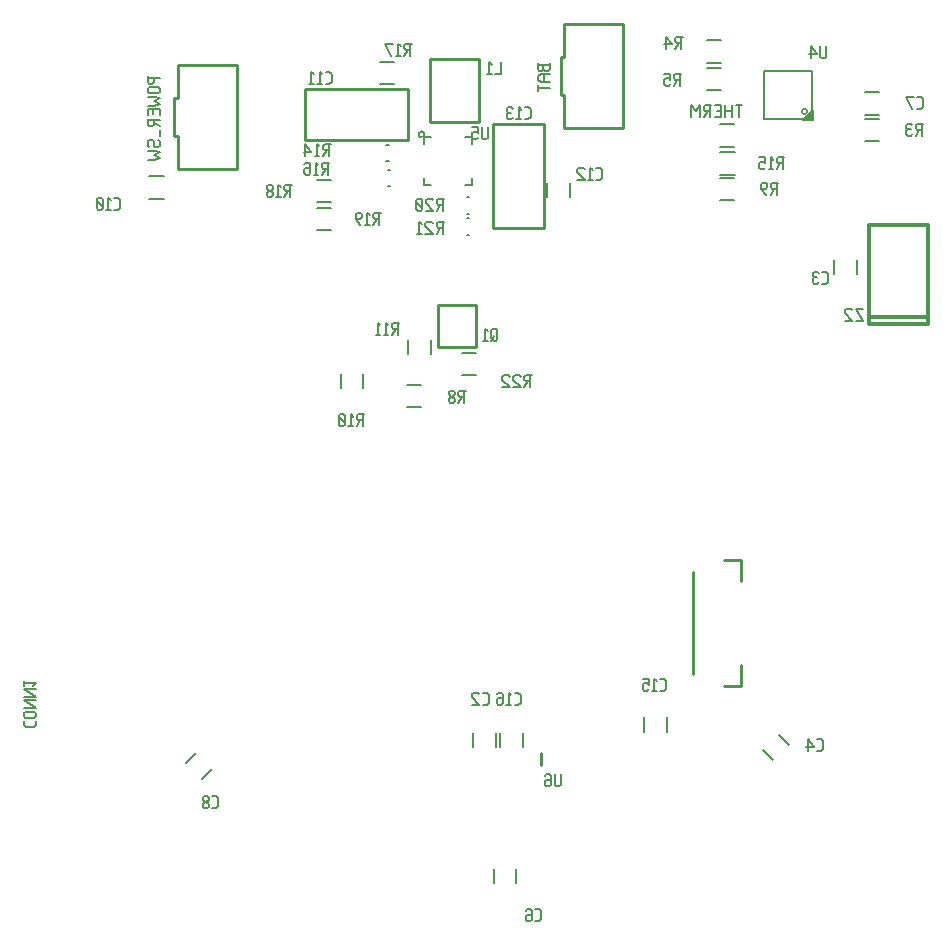
<source format=gbr>
G04 start of page 9 for group -4078 idx -4078 *
G04 Title: (unknown), bottomsilk *
G04 Creator: pcb 4.2.0 *
G04 CreationDate: Fri Feb 14 02:49:43 2020 UTC *
G04 For: blinken *
G04 Format: Gerber/RS-274X *
G04 PCB-Dimensions (mm): 90.16 90.16 *
G04 PCB-Coordinate-Origin: lower left *
%MOMM*%
%FSLAX43Y43*%
%LNBOTTOMSILK*%
%ADD78C,0.200*%
%ADD77C,0.300*%
%ADD76C,0.198*%
%ADD75C,0.127*%
%ADD74C,0.155*%
%ADD73C,0.203*%
%ADD72C,0.254*%
%ADD71C,0.250*%
G54D71*X45320Y25670D02*X45330Y25660D01*
X45320Y26650D02*Y25670D01*
G54D72*X47290Y79550D02*X52290D01*
X47290Y88350D02*X52290D01*
Y79550D01*
X47290Y88350D02*Y85550D01*
X46990D02*X47290D01*
X46990D02*Y82350D01*
X47290D01*
Y79550D01*
X41240Y79850D02*X45540D01*
X41240D02*Y71050D01*
X45540D01*
Y79850D02*Y71050D01*
G54D73*X45870Y74870D02*Y73670D01*
X47770Y74870D02*Y73670D01*
X39040Y71900D02*X39240D01*
X39040Y70500D02*X39240D01*
X39050Y72300D02*X39250D01*
X39050Y73700D02*X39250D01*
X32340Y76020D02*X32540D01*
X32340Y74620D02*X32540D01*
G54D72*X25309Y78562D02*Y82862D01*
Y78562D02*X34109D01*
Y82862D01*
X25309D02*X34109D01*
G54D73*X32240Y78150D02*X32440D01*
X32240Y76750D02*X32440D01*
X26374Y72781D02*X27574D01*
X26374Y70881D02*X27574D01*
X26344Y75157D02*X27544D01*
X26344Y73257D02*X27544D01*
G54D72*X40107Y85397D02*Y80097D01*
X35907Y85397D02*X40107D01*
X35907D02*Y80097D01*
X40107D01*
G54D74*X38895Y74760D02*X39460D01*
Y75325D02*Y74760D01*
X35460D02*X36025D01*
X35460Y75325D02*Y74760D01*
X39460Y78760D02*Y78195D01*
X38895Y78760D02*X39460D01*
X35460D02*Y78195D01*
Y78760D02*X36025D01*
X35210Y79260D02*G75*G03X35210Y79260I0J-250D01*G01*
G54D73*X31689Y85138D02*X32889D01*
X31689Y83239D02*X32889D01*
G54D72*X14570Y76050D02*X19570D01*
X14570Y84850D02*X19570D01*
Y76050D01*
X14570Y84850D02*Y82050D01*
X14270D02*X14570D01*
X14270D02*Y78850D01*
X14570D01*
Y76050D01*
G54D73*X41345Y16798D02*Y15598D01*
X43245Y16798D02*X43245Y15598D01*
X39604Y28333D02*Y27133D01*
X41504Y28333D02*Y27133D01*
X41888Y28329D02*Y27129D01*
X43788Y28329D02*Y27129D01*
X54089Y29650D02*Y28450D01*
X55989Y29650D02*Y28450D01*
G54D72*X36586Y61041D02*Y64572D01*
X39838D01*
Y61041D01*
X36586D01*
G54D73*X12170Y73548D02*X13370D01*
X12170Y75448D02*X13370D01*
X34095Y61592D02*Y60392D01*
X35995Y61592D02*Y60392D01*
X16127Y26652D02*X15278Y25804D01*
X17470Y25309D02*X16622Y24460D01*
X64109Y26856D02*X64957Y26007D01*
X65452Y28199D02*X66300Y27350D01*
X38601Y60524D02*X39801D01*
X38601Y58624D02*X39801D01*
X30254Y58718D02*Y57518D01*
X28354Y58718D02*Y57518D01*
X33948Y57825D02*X35148D01*
X33948Y55925D02*X35148D01*
G54D72*X58203Y33317D02*Y41967D01*
X62253Y32317D02*Y34067D01*
X60803Y42967D02*X62253D01*
Y41217D02*Y42967D01*
X60803Y32317D02*X62253D01*
G54D73*X59380Y86981D02*X60580D01*
X59380Y85081D02*X60580D01*
X59363Y84660D02*X60563D01*
X59363Y82760D02*X60563D01*
X60508Y75327D02*X61708D01*
X60508Y73427D02*X61708D01*
X60524Y75607D02*X61723D01*
X60524Y77507D02*X61723D01*
X60506Y77971D02*X61706D01*
X60506Y79871D02*X61706D01*
G54D75*X67541Y80240D02*X68341Y81040D01*
Y80240D01*
X67541D02*X68341D01*
X68239Y80839D02*X67741Y80341D01*
X68239Y80740D02*X67840Y80341D01*
X67939D01*
X68239Y80641D01*
Y80539D01*
X68041Y80341D01*
X68239Y80839D02*Y80641D01*
Y80941D02*Y80740D01*
Y84339D02*Y80341D01*
X64241Y84339D02*X68239D01*
X64241D02*Y80341D01*
X68239D01*
G54D76*X67865Y80943D02*G75*G03X67865Y80943I-223J0D01*G01*
G54D77*X78080Y71360D02*Y62960D01*
X73140Y71360D02*X78080D01*
X73140D02*Y62960D01*
X78080D01*
X73140Y63560D02*X78080D01*
G54D73*X72070Y68400D02*Y67200D01*
X70170Y68400D02*Y67200D01*
X72774Y82573D02*X73974D01*
X72774Y80674D02*X73974D01*
X72783Y80321D02*X73983D01*
X72783Y78422D02*X73983D01*
G54D78*X12024Y83823D02*X13040D01*
X12024Y83442D02*Y83950D01*
Y83442D02*X12151Y83315D01*
X12405D01*
X12532Y83442D02*X12405Y83315D01*
X12532Y83442D02*Y83823D01*
X12151Y83010D02*X12913D01*
X12151D02*X12024Y82883D01*
Y82629D02*Y82883D01*
Y82629D02*X12151Y82502D01*
X12913D01*
X13040Y82629D02*X12913Y82502D01*
X13040Y82629D02*Y82883D01*
X12913Y83010D02*X13040Y82883D01*
X12024Y82197D02*X12532D01*
X13040Y82070D01*
X12532Y81816D01*
X13040Y81562D01*
X12532Y81435D01*
X12024D02*X12532D01*
X12481Y80750D02*Y81131D01*
X13040Y80623D02*Y81131D01*
X12024D02*X13040D01*
X12024Y80623D02*Y81131D01*
Y79810D02*Y80318D01*
Y79810D02*X12151Y79683D01*
X12405D01*
X12532Y79810D02*X12405Y79683D01*
X12532Y79810D02*Y80191D01*
X12024D02*X13040D01*
X12532Y79988D02*X13040Y79683D01*
Y78870D02*Y79378D01*
X12024Y78057D02*X12151Y77930D01*
X12024Y78057D02*Y78438D01*
X12151Y78565D02*X12024Y78438D01*
X12151Y78565D02*X12405D01*
X12532Y78438D01*
Y78057D02*Y78438D01*
Y78057D02*X12659Y77930D01*
X12913D01*
X13040Y78057D02*X12913Y77930D01*
X13040Y78057D02*Y78438D01*
X12913Y78565D02*X13040Y78438D01*
X12024Y77625D02*X12532D01*
X13040Y77498D01*
X12532Y77244D01*
X13040Y76990D01*
X12532Y76863D01*
X12024D02*X12532D01*
X9202Y72630D02*X9532D01*
X9710Y72808D02*X9532Y72630D01*
X9710Y72808D02*Y73468D01*
X9532Y73646D01*
X9202D02*X9532D01*
X8897Y73443D02*X8694Y73646D01*
Y72630D02*Y73646D01*
X8516Y72630D02*X8897D01*
X8211Y72757D02*X8084Y72630D01*
X8211Y72757D02*Y73519D01*
X8084Y73646D01*
X7830D02*X8084D01*
X7830D02*X7703Y73519D01*
Y72757D02*Y73519D01*
X7830Y72630D02*X7703Y72757D01*
X7830Y72630D02*X8084D01*
X8211Y72884D02*X7703Y73392D01*
X41950Y84090D02*Y85106D01*
X41442Y84090D02*X41950D01*
X41137Y84903D02*X40934Y85106D01*
Y84090D02*Y85106D01*
X40756Y84090D02*X41137D01*
X40800Y78707D02*Y79596D01*
Y78707D02*X40673Y78580D01*
X40419D02*X40673D01*
X40419D02*X40292Y78707D01*
Y79596D01*
X39479D02*X39987D01*
Y79088D02*Y79596D01*
Y79088D02*X39860Y79215D01*
X39606D02*X39860D01*
X39606D02*X39479Y79088D01*
Y78707D02*Y79088D01*
X39606Y78580D02*X39479Y78707D01*
X39606Y78580D02*X39860D01*
X39987Y78707D02*X39860Y78580D01*
X43932Y80300D02*X44262D01*
X44440Y80478D02*X44262Y80300D01*
X44440Y80478D02*Y81138D01*
X44262Y81316D01*
X43932D02*X44262D01*
X43627Y81113D02*X43424Y81316D01*
Y80300D02*Y81316D01*
X43246Y80300D02*X43627D01*
X42941Y81189D02*X42814Y81316D01*
X42560D02*X42814D01*
X42560D02*X42433Y81189D01*
X42560Y80300D02*X42433Y80427D01*
X42560Y80300D02*X42814D01*
X42941Y80427D02*X42814Y80300D01*
X42560Y80859D02*X42814D01*
X42433Y80986D02*Y81189D01*
Y80427D02*Y80732D01*
X42560Y80859D01*
X42433Y80986D02*X42560Y80859D01*
X50002Y75170D02*X50332D01*
X50510Y75348D02*X50332Y75170D01*
X50510Y75348D02*Y76009D01*
X50332Y76186D01*
X50002D02*X50332D01*
X49697Y75983D02*X49494Y76186D01*
Y75170D02*Y76186D01*
X49316Y75170D02*X49697D01*
X49012Y76059D02*X48885Y76186D01*
X48504D02*X48885D01*
X48504D02*X48377Y76059D01*
Y75805D02*Y76059D01*
X49012Y75170D02*X48377Y75805D01*
Y75170D02*X49012D01*
X46060Y84542D02*Y85050D01*
Y84542D02*X45933Y84415D01*
X45628D02*X45933D01*
X45501Y84542D02*X45628Y84415D01*
X45501Y84542D02*Y84923D01*
X45044D02*X46060D01*
X45044Y84542D02*Y85050D01*
Y84542D02*X45171Y84415D01*
X45374D01*
X45501Y84542D02*X45374Y84415D01*
X45298Y84110D02*X46060D01*
X45298D02*X45044Y83932D01*
Y83653D02*Y83932D01*
Y83653D02*X45298Y83475D01*
X46060D01*
X45552D02*Y84110D01*
X45044Y82662D02*Y83170D01*
Y82916D02*X46060D01*
X27002Y78196D02*X27510D01*
X27002D02*X26875Y78069D01*
Y77815D02*Y78069D01*
X27002Y77688D02*X26875Y77815D01*
X27002Y77688D02*X27383D01*
Y77180D02*Y78196D01*
X27180Y77688D02*X26875Y77180D01*
X26570Y77993D02*X26367Y78196D01*
Y77180D02*Y78196D01*
X26189Y77180D02*X26570D01*
X25884Y77561D02*X25376Y78196D01*
X25249Y77561D02*X25884D01*
X25376Y77180D02*Y78196D01*
X23736Y74753D02*X24244D01*
X23736D02*X23609Y74626D01*
Y74372D02*Y74626D01*
X23736Y74245D02*X23609Y74372D01*
X23736Y74245D02*X24117D01*
Y73737D02*Y74753D01*
X23914Y74245D02*X23609Y73737D01*
X23304Y74550D02*X23101Y74753D01*
Y73737D02*Y74753D01*
X22923Y73737D02*X23304D01*
X22618Y73864D02*X22491Y73737D01*
X22618Y73864D02*Y74067D01*
X22440Y74245D01*
X22288D02*X22440D01*
X22288D02*X22110Y74067D01*
Y73864D02*Y74067D01*
X22237Y73737D02*X22110Y73864D01*
X22237Y73737D02*X22491D01*
X22618Y74422D02*X22440Y74245D01*
X22618Y74422D02*Y74626D01*
X22491Y74753D01*
X22237D02*X22491D01*
X22237D02*X22110Y74626D01*
Y74422D02*Y74626D01*
X22288Y74245D02*X22110Y74422D01*
X26912Y76626D02*X27420D01*
X26912D02*X26785Y76499D01*
Y76245D02*Y76499D01*
X26912Y76118D02*X26785Y76245D01*
X26912Y76118D02*X27293D01*
Y75610D02*Y76626D01*
X27090Y76118D02*X26785Y75610D01*
X26480Y76423D02*X26277Y76626D01*
Y75610D02*Y76626D01*
X26099Y75610D02*X26480D01*
X25413Y76626D02*X25286Y76499D01*
X25413Y76626D02*X25667D01*
X25794Y76499D02*X25667Y76626D01*
X25794Y75737D02*Y76499D01*
Y75737D02*X25667Y75610D01*
X25413Y76169D02*X25286Y76042D01*
X25413Y76169D02*X25794D01*
X25413Y75610D02*X25667D01*
X25413D02*X25286Y75737D01*
Y76042D01*
X27083Y83288D02*X27413D01*
X27591Y83466D02*X27413Y83288D01*
X27591Y83466D02*Y84126D01*
X27413Y84304D01*
X27083D02*X27413D01*
X26778Y84101D02*X26575Y84304D01*
Y83288D02*Y84304D01*
X26397Y83288D02*X26778D01*
X26092Y84101D02*X25889Y84304D01*
Y83288D02*Y84304D01*
X25711Y83288D02*X26092D01*
X33881Y86685D02*X34389D01*
X33881D02*X33754Y86558D01*
Y86304D02*Y86558D01*
X33881Y86177D02*X33754Y86304D01*
X33881Y86177D02*X34262D01*
Y85669D02*Y86685D01*
X34059Y86177D02*X33754Y85669D01*
X33449Y86481D02*X33246Y86685D01*
Y85669D02*Y86685D01*
X33068Y85669D02*X33449D01*
X32636D02*X32128Y86685D01*
X32763D01*
X36612Y71616D02*X37120D01*
X36612D02*X36485Y71489D01*
Y71235D02*Y71489D01*
X36612Y71108D02*X36485Y71235D01*
X36612Y71108D02*X36993D01*
Y70600D02*Y71616D01*
X36790Y71108D02*X36485Y70600D01*
X36180Y71489D02*X36053Y71616D01*
X35672D02*X36053D01*
X35672D02*X35545Y71489D01*
Y71235D02*Y71489D01*
X36180Y70600D02*X35545Y71235D01*
Y70600D02*X36180D01*
X35240Y71413D02*X35037Y71616D01*
Y70600D02*Y71616D01*
X34859Y70600D02*X35240D01*
X31266Y72377D02*X31774D01*
X31266D02*X31139Y72250D01*
Y71996D02*Y72250D01*
X31266Y71869D02*X31139Y71996D01*
X31266Y71869D02*X31647D01*
Y71361D02*Y72377D01*
X31444Y71869D02*X31139Y71361D01*
X30834Y72174D02*X30631Y72377D01*
Y71361D02*Y72377D01*
X30453Y71361D02*X30834D01*
X30022D02*X29641Y71869D01*
Y72250D01*
X29768Y72377D02*X29641Y72250D01*
X29768Y72377D02*X30022D01*
X30149Y72250D02*X30022Y72377D01*
X30149Y71996D02*Y72250D01*
Y71996D02*X30022Y71869D01*
X29641D02*X30022D01*
X36632Y73546D02*X37140D01*
X36632D02*X36505Y73419D01*
Y73165D02*Y73419D01*
X36632Y73038D02*X36505Y73165D01*
X36632Y73038D02*X37013D01*
Y72530D02*Y73546D01*
X36810Y73038D02*X36505Y72530D01*
X36200Y73419D02*X36073Y73546D01*
X35692D02*X36073D01*
X35692D02*X35565Y73419D01*
Y73165D02*Y73419D01*
X36200Y72530D02*X35565Y73165D01*
Y72530D02*X36200D01*
X35260Y72657D02*X35133Y72530D01*
X35260Y72657D02*Y73419D01*
X35133Y73546D01*
X34879D02*X35133D01*
X34879D02*X34752Y73419D01*
Y72657D02*Y73419D01*
X34879Y72530D02*X34752Y72657D01*
X34879Y72530D02*X35133D01*
X35260Y72784D02*X34752Y73292D01*
X17485Y21965D02*X17815D01*
X17993Y22143D02*X17815Y21965D01*
X17993Y22143D02*Y22803D01*
X17815Y22981D01*
X17485D02*X17815D01*
X17180Y22092D02*X17053Y21965D01*
X17180Y22092D02*Y22295D01*
X17002Y22473D01*
X16850D02*X17002D01*
X16850D02*X16672Y22295D01*
Y22092D02*Y22295D01*
X16799Y21965D02*X16672Y22092D01*
X16799Y21965D02*X17053D01*
X17180Y22651D02*X17002Y22473D01*
X17180Y22651D02*Y22854D01*
X17053Y22981D01*
X16799D02*X17053D01*
X16799D02*X16672Y22854D01*
Y22651D02*Y22854D01*
X16850Y22473D02*X16672Y22651D01*
X1543Y29005D02*Y29335D01*
X1721Y28827D02*X1543Y29005D01*
X1721Y28827D02*X2381D01*
X2559Y29005D01*
Y29335D01*
X1670Y29640D02*X2432D01*
X2559Y29767D01*
Y30021D01*
X2432Y30148D01*
X1670D02*X2432D01*
X1543Y30021D02*X1670Y30148D01*
X1543Y29767D02*Y30021D01*
X1670Y29640D02*X1543Y29767D01*
Y30453D02*X2559D01*
X1543Y31088D01*
X2559D01*
X1543Y31393D02*X2559D01*
X1543Y32028D01*
X2559D01*
X2356Y32333D02*X2559Y32536D01*
X1543D02*X2559D01*
X1543Y32333D02*Y32714D01*
X46980Y23927D02*Y24816D01*
Y23927D02*X46853Y23800D01*
X46599D02*X46853D01*
X46599D02*X46472Y23927D01*
Y24816D01*
X45786D02*X45659Y24689D01*
X45786Y24816D02*X46040D01*
X46167Y24689D02*X46040Y24816D01*
X46167Y23927D02*Y24689D01*
Y23927D02*X46040Y23800D01*
X45786Y24359D02*X45659Y24232D01*
X45786Y24359D02*X46167D01*
X45786Y23800D02*X46040D01*
X45786D02*X45659Y23927D01*
Y24232D01*
X40422Y30730D02*X40752D01*
X40930Y30908D02*X40752Y30730D01*
X40930Y30908D02*Y31568D01*
X40752Y31746D01*
X40422D02*X40752D01*
X40117Y31619D02*X39990Y31746D01*
X39609D02*X39990D01*
X39609D02*X39482Y31619D01*
Y31365D02*Y31619D01*
X40117Y30730D02*X39482Y31365D01*
Y30730D02*X40117D01*
X43092D02*X43422D01*
X43600Y30908D02*X43422Y30730D01*
X43600Y30908D02*Y31568D01*
X43422Y31746D01*
X43092D02*X43422D01*
X42787Y31543D02*X42584Y31746D01*
Y30730D02*Y31746D01*
X42406Y30730D02*X42787D01*
X41720Y31746D02*X41593Y31619D01*
X41720Y31746D02*X41974D01*
X42101Y31619D02*X41974Y31746D01*
X42101Y30857D02*Y31619D01*
Y30857D02*X41974Y30730D01*
X41720Y31289D02*X41593Y31162D01*
X41720Y31289D02*X42101D01*
X41720Y30730D02*X41974D01*
X41720D02*X41593Y30857D01*
Y31162D01*
X55432Y31900D02*X55762D01*
X55940Y32078D02*X55762Y31900D01*
X55940Y32078D02*Y32738D01*
X55762Y32916D01*
X55432D02*X55762D01*
X55127Y32713D02*X54924Y32916D01*
Y31900D02*Y32916D01*
X54746Y31900D02*X55127D01*
X53933Y32916D02*X54441D01*
Y32408D02*Y32916D01*
Y32408D02*X54314Y32535D01*
X54060D02*X54314D01*
X54060D02*X53933Y32408D01*
Y32027D02*Y32408D01*
X54060Y31900D02*X53933Y32027D01*
X54060Y31900D02*X54314D01*
X54441Y32027D02*X54314Y31900D01*
X44052Y58626D02*X44560D01*
X44052D02*X43925Y58499D01*
Y58245D02*Y58499D01*
X44052Y58118D02*X43925Y58245D01*
X44052Y58118D02*X44433D01*
Y57610D02*Y58626D01*
X44230Y58118D02*X43925Y57610D01*
X43620Y58499D02*X43493Y58626D01*
X43112D02*X43493D01*
X43112D02*X42985Y58499D01*
Y58245D02*Y58499D01*
X43620Y57610D02*X42985Y58245D01*
Y57610D02*X43620D01*
X42680Y58499D02*X42553Y58626D01*
X42172D02*X42553D01*
X42172D02*X42045Y58499D01*
Y58245D02*Y58499D01*
X42680Y57610D02*X42045Y58245D01*
Y57610D02*X42680D01*
X41619Y61663D02*Y62425D01*
X41492Y62552D01*
X41238D02*X41492D01*
X41238D02*X41111Y62425D01*
Y61790D02*Y62425D01*
X41365Y61536D02*X41111Y61790D01*
X41365Y61536D02*X41492D01*
X41619Y61663D02*X41492Y61536D01*
X41365Y61917D02*X41111Y61536D01*
X40806Y62349D02*X40603Y62552D01*
Y61536D02*Y62552D01*
X40425Y61536D02*X40806D01*
X38440Y57321D02*X38948D01*
X38440D02*X38313Y57194D01*
Y56940D02*Y57194D01*
X38440Y56813D02*X38313Y56940D01*
X38440Y56813D02*X38821D01*
Y56305D02*Y57321D01*
X38618Y56813D02*X38313Y56305D01*
X38008Y56432D02*X37881Y56305D01*
X38008Y56432D02*Y56635D01*
X37830Y56813D01*
X37678D02*X37830D01*
X37678D02*X37500Y56635D01*
Y56432D02*Y56635D01*
X37627Y56305D02*X37500Y56432D01*
X37627Y56305D02*X37881D01*
X38008Y56991D02*X37830Y56813D01*
X38008Y56991D02*Y57194D01*
X37881Y57321D01*
X37627D02*X37881D01*
X37627D02*X37500Y57194D01*
Y56991D02*Y57194D01*
X37678Y56813D02*X37500Y56991D01*
X29834Y55310D02*X30342D01*
X29834D02*X29708Y55183D01*
Y54929D02*Y55183D01*
X29834Y54802D02*X29708Y54929D01*
X29834Y54802D02*X30216D01*
Y54294D02*Y55310D01*
X30012Y54802D02*X29708Y54294D01*
X29403Y55107D02*X29199Y55310D01*
Y54294D02*Y55310D01*
X29022Y54294D02*X29403D01*
X28717Y54421D02*X28590Y54294D01*
X28717Y54421D02*Y55183D01*
X28590Y55310D01*
X28336D02*X28590D01*
X28336D02*X28209Y55183D01*
Y54421D02*Y55183D01*
X28336Y54294D02*X28209Y54421D01*
X28336Y54294D02*X28590D01*
X28717Y54548D02*X28209Y55056D01*
X32834Y63052D02*X33342D01*
X32834D02*X32707Y62924D01*
Y62670D02*Y62924D01*
X32834Y62544D02*X32707Y62670D01*
X32834Y62544D02*X33215D01*
Y62036D02*Y63052D01*
X33012Y62544D02*X32707Y62036D01*
X32402Y62848D02*X32199Y63052D01*
Y62036D02*Y63052D01*
X32021Y62036D02*X32402D01*
X31717Y62848D02*X31513Y63052D01*
Y62036D02*Y63052D01*
X31336Y62036D02*X31717D01*
X68721Y26779D02*X69051D01*
X69229Y26957D02*X69051Y26779D01*
X69229Y26957D02*Y27617D01*
X69051Y27795D01*
X68721D02*X69051D01*
X68416Y27160D02*X67908Y27795D01*
X67781Y27160D02*X68416D01*
X67908Y26779D02*Y27795D01*
X44845Y12385D02*X45175D01*
X45353Y12563D02*X45175Y12385D01*
X45353Y12563D02*Y13223D01*
X45175Y13401D01*
X44845D02*X45175D01*
X44159D02*X44032Y13274D01*
X44159Y13401D02*X44413D01*
X44540Y13274D02*X44413Y13401D01*
X44540Y12512D02*Y13274D01*
Y12512D02*X44413Y12385D01*
X44159Y12944D02*X44032Y12817D01*
X44159Y12944D02*X44540D01*
X44159Y12385D02*X44413D01*
X44159D02*X44032Y12512D01*
Y12817D01*
X56842Y87266D02*X57350D01*
X56842D02*X56715Y87139D01*
Y86885D02*Y87139D01*
X56842Y86758D02*X56715Y86885D01*
X56842Y86758D02*X57223D01*
Y86250D02*Y87266D01*
X57020Y86758D02*X56715Y86250D01*
X56410Y86631D02*X55902Y87266D01*
X55775Y86631D02*X56410D01*
X55902Y86250D02*Y87266D01*
X69490Y85598D02*Y86487D01*
Y85598D02*X69363Y85471D01*
X69109D02*X69363D01*
X69109D02*X68982Y85598D01*
Y86487D01*
X68677Y85852D02*X68169Y86487D01*
X68042Y85852D02*X68677D01*
X68169Y85471D02*Y86487D01*
X56705Y84156D02*X57213D01*
X56705D02*X56578Y84029D01*
Y83775D02*Y84029D01*
X56705Y83648D02*X56578Y83775D01*
X56705Y83648D02*X57086D01*
Y83140D02*Y84156D01*
X56883Y83648D02*X56578Y83140D01*
X55765Y84156D02*X56273D01*
Y83648D02*Y84156D01*
Y83648D02*X56146Y83775D01*
X55892D02*X56146D01*
X55892D02*X55765Y83648D01*
Y83267D02*Y83648D01*
X55892Y83140D02*X55765Y83267D01*
X55892Y83140D02*X56146D01*
X56273Y83267D02*X56146Y83140D01*
X64900Y74924D02*X65408D01*
X64900D02*X64773Y74796D01*
Y74542D02*Y74796D01*
X64900Y74416D02*X64773Y74542D01*
X64900Y74416D02*X65281D01*
Y73908D02*Y74924D01*
X65078Y74416D02*X64773Y73908D01*
X64341D02*X63960Y74416D01*
Y74796D01*
X64087Y74924D02*X63960Y74796D01*
X64087Y74924D02*X64341D01*
X64468Y74796D02*X64341Y74924D01*
X64468Y74542D02*Y74796D01*
Y74542D02*X64341Y74416D01*
X63960D02*X64341D01*
X65419Y77059D02*X65927D01*
X65419D02*X65292Y76932D01*
Y76678D02*Y76932D01*
X65419Y76551D02*X65292Y76678D01*
X65419Y76551D02*X65800D01*
Y76043D02*Y77059D01*
X65596Y76551D02*X65292Y76043D01*
X64987Y76856D02*X64784Y77059D01*
Y76043D02*Y77059D01*
X64606Y76043D02*X64987D01*
X63793Y77059D02*X64301D01*
Y76551D02*Y77059D01*
Y76551D02*X64174Y76678D01*
X63920D02*X64174D01*
X63920D02*X63793Y76551D01*
Y76170D02*Y76551D01*
X63920Y76043D02*X63793Y76170D01*
X63920Y76043D02*X64174D01*
X64301Y76170D02*X64174Y76043D01*
X61820Y81464D02*X62328D01*
X62074Y80448D02*Y81464D01*
X61515Y80448D02*Y81464D01*
X60880Y80448D02*Y81464D01*
Y80956D02*X61515D01*
X60194Y81007D02*X60575D01*
X60067Y80448D02*X60575D01*
Y81464D01*
X60067D02*X60575D01*
X59255D02*X59763D01*
X59255D02*X59128Y81337D01*
Y81083D02*Y81337D01*
X59255Y80956D02*X59128Y81083D01*
X59255Y80956D02*X59636D01*
Y80448D02*Y81464D01*
X59432Y80956D02*X59128Y80448D01*
X58823D02*Y81464D01*
X58442Y80956D01*
X58061Y81464D01*
Y80448D02*Y81464D01*
X71965Y64246D02*X72600D01*
Y63230D02*X71965Y64246D01*
Y63230D02*X72600D01*
X71660Y64119D02*X71533Y64246D01*
X71152D02*X71533D01*
X71152D02*X71025Y64119D01*
Y63865D02*Y64119D01*
X71660Y63230D02*X71025Y63865D01*
Y63230D02*X71660D01*
X77176Y81134D02*X77506D01*
X77684Y81311D02*X77506Y81134D01*
X77684Y81311D02*Y81972D01*
X77506Y82150D01*
X77176D02*X77506D01*
X76744Y81134D02*X76236Y82150D01*
X76871D01*
X77185Y79898D02*X77693D01*
X77185D02*X77058Y79771D01*
Y79517D02*Y79771D01*
X77185Y79390D02*X77058Y79517D01*
X77185Y79390D02*X77566D01*
Y78882D02*Y79898D01*
X77363Y79390D02*X77058Y78882D01*
X76753Y79771D02*X76626Y79898D01*
X76372D02*X76626D01*
X76372D02*X76245Y79771D01*
X76372Y78882D02*X76245Y79009D01*
X76372Y78882D02*X76626D01*
X76753Y79009D02*X76626Y78882D01*
X76372Y79440D02*X76626D01*
X76245Y79567D02*Y79771D01*
Y79009D02*Y79313D01*
X76372Y79440D01*
X76245Y79567D02*X76372Y79440D01*
X69142Y66350D02*X69472D01*
X69650Y66528D02*X69472Y66350D01*
X69650Y66528D02*Y67188D01*
X69472Y67366D01*
X69142D02*X69472D01*
X68837Y67239D02*X68710Y67366D01*
X68456D02*X68710D01*
X68456D02*X68329Y67239D01*
X68456Y66350D02*X68329Y66477D01*
X68456Y66350D02*X68710D01*
X68837Y66477D02*X68710Y66350D01*
X68456Y66909D02*X68710D01*
X68329Y67036D02*Y67239D01*
Y66477D02*Y66782D01*
X68456Y66909D01*
X68329Y67036D02*X68456Y66909D01*
M02*

</source>
